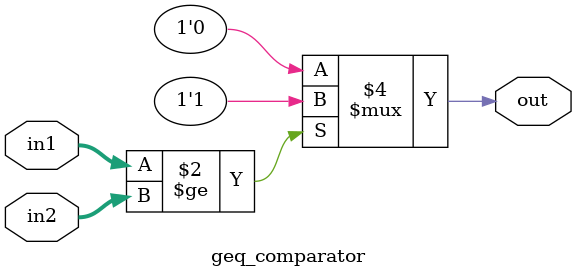
<source format=sv>
module geq_comparator
    #(parameter n=16) 
     (input  logic [n-1:0] in1, in2,
      output logic         out);

    always_comb
        if   (in1 >= in2) out = 1'b1;
        else              out = 1'b0;
endmodule
</source>
